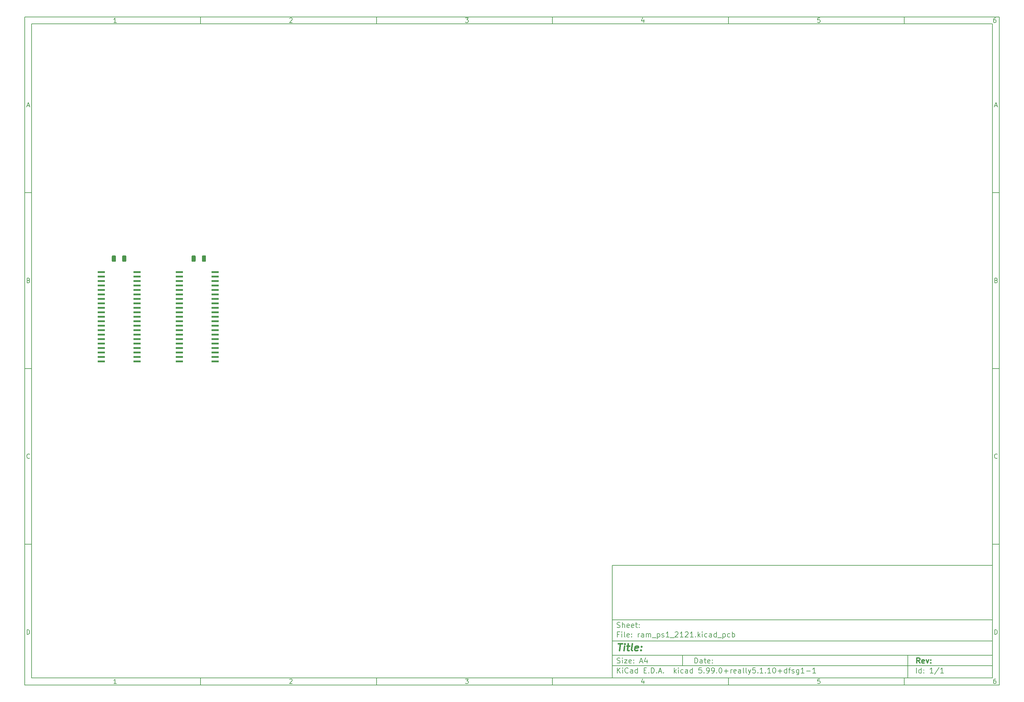
<source format=gbr>
%TF.GenerationSoftware,KiCad,Pcbnew,5.99.0+really5.1.10+dfsg1-1*%
%TF.CreationDate,2022-01-09T16:24:14+01:00*%
%TF.ProjectId,ram_ps1_2121,72616d5f-7073-4315-9f32-3132312e6b69,rev?*%
%TF.SameCoordinates,Original*%
%TF.FileFunction,Paste,Top*%
%TF.FilePolarity,Positive*%
%FSLAX46Y46*%
G04 Gerber Fmt 4.6, Leading zero omitted, Abs format (unit mm)*
G04 Created by KiCad (PCBNEW 5.99.0+really5.1.10+dfsg1-1) date 2022-01-09 16:24:14*
%MOMM*%
%LPD*%
G01*
G04 APERTURE LIST*
%ADD10C,0.100000*%
%ADD11C,0.150000*%
%ADD12C,0.300000*%
%ADD13C,0.400000*%
%ADD14R,2.032000X0.508000*%
G04 APERTURE END LIST*
D10*
D11*
X177002200Y-166007200D02*
X177002200Y-198007200D01*
X285002200Y-198007200D01*
X285002200Y-166007200D01*
X177002200Y-166007200D01*
D10*
D11*
X10000000Y-10000000D02*
X10000000Y-200007200D01*
X287002200Y-200007200D01*
X287002200Y-10000000D01*
X10000000Y-10000000D01*
D10*
D11*
X12000000Y-12000000D02*
X12000000Y-198007200D01*
X285002200Y-198007200D01*
X285002200Y-12000000D01*
X12000000Y-12000000D01*
D10*
D11*
X60000000Y-12000000D02*
X60000000Y-10000000D01*
D10*
D11*
X110000000Y-12000000D02*
X110000000Y-10000000D01*
D10*
D11*
X160000000Y-12000000D02*
X160000000Y-10000000D01*
D10*
D11*
X210000000Y-12000000D02*
X210000000Y-10000000D01*
D10*
D11*
X260000000Y-12000000D02*
X260000000Y-10000000D01*
D10*
D11*
X36065476Y-11588095D02*
X35322619Y-11588095D01*
X35694047Y-11588095D02*
X35694047Y-10288095D01*
X35570238Y-10473809D01*
X35446428Y-10597619D01*
X35322619Y-10659523D01*
D10*
D11*
X85322619Y-10411904D02*
X85384523Y-10350000D01*
X85508333Y-10288095D01*
X85817857Y-10288095D01*
X85941666Y-10350000D01*
X86003571Y-10411904D01*
X86065476Y-10535714D01*
X86065476Y-10659523D01*
X86003571Y-10845238D01*
X85260714Y-11588095D01*
X86065476Y-11588095D01*
D10*
D11*
X135260714Y-10288095D02*
X136065476Y-10288095D01*
X135632142Y-10783333D01*
X135817857Y-10783333D01*
X135941666Y-10845238D01*
X136003571Y-10907142D01*
X136065476Y-11030952D01*
X136065476Y-11340476D01*
X136003571Y-11464285D01*
X135941666Y-11526190D01*
X135817857Y-11588095D01*
X135446428Y-11588095D01*
X135322619Y-11526190D01*
X135260714Y-11464285D01*
D10*
D11*
X185941666Y-10721428D02*
X185941666Y-11588095D01*
X185632142Y-10226190D02*
X185322619Y-11154761D01*
X186127380Y-11154761D01*
D10*
D11*
X236003571Y-10288095D02*
X235384523Y-10288095D01*
X235322619Y-10907142D01*
X235384523Y-10845238D01*
X235508333Y-10783333D01*
X235817857Y-10783333D01*
X235941666Y-10845238D01*
X236003571Y-10907142D01*
X236065476Y-11030952D01*
X236065476Y-11340476D01*
X236003571Y-11464285D01*
X235941666Y-11526190D01*
X235817857Y-11588095D01*
X235508333Y-11588095D01*
X235384523Y-11526190D01*
X235322619Y-11464285D01*
D10*
D11*
X285941666Y-10288095D02*
X285694047Y-10288095D01*
X285570238Y-10350000D01*
X285508333Y-10411904D01*
X285384523Y-10597619D01*
X285322619Y-10845238D01*
X285322619Y-11340476D01*
X285384523Y-11464285D01*
X285446428Y-11526190D01*
X285570238Y-11588095D01*
X285817857Y-11588095D01*
X285941666Y-11526190D01*
X286003571Y-11464285D01*
X286065476Y-11340476D01*
X286065476Y-11030952D01*
X286003571Y-10907142D01*
X285941666Y-10845238D01*
X285817857Y-10783333D01*
X285570238Y-10783333D01*
X285446428Y-10845238D01*
X285384523Y-10907142D01*
X285322619Y-11030952D01*
D10*
D11*
X60000000Y-198007200D02*
X60000000Y-200007200D01*
D10*
D11*
X110000000Y-198007200D02*
X110000000Y-200007200D01*
D10*
D11*
X160000000Y-198007200D02*
X160000000Y-200007200D01*
D10*
D11*
X210000000Y-198007200D02*
X210000000Y-200007200D01*
D10*
D11*
X260000000Y-198007200D02*
X260000000Y-200007200D01*
D10*
D11*
X36065476Y-199595295D02*
X35322619Y-199595295D01*
X35694047Y-199595295D02*
X35694047Y-198295295D01*
X35570238Y-198481009D01*
X35446428Y-198604819D01*
X35322619Y-198666723D01*
D10*
D11*
X85322619Y-198419104D02*
X85384523Y-198357200D01*
X85508333Y-198295295D01*
X85817857Y-198295295D01*
X85941666Y-198357200D01*
X86003571Y-198419104D01*
X86065476Y-198542914D01*
X86065476Y-198666723D01*
X86003571Y-198852438D01*
X85260714Y-199595295D01*
X86065476Y-199595295D01*
D10*
D11*
X135260714Y-198295295D02*
X136065476Y-198295295D01*
X135632142Y-198790533D01*
X135817857Y-198790533D01*
X135941666Y-198852438D01*
X136003571Y-198914342D01*
X136065476Y-199038152D01*
X136065476Y-199347676D01*
X136003571Y-199471485D01*
X135941666Y-199533390D01*
X135817857Y-199595295D01*
X135446428Y-199595295D01*
X135322619Y-199533390D01*
X135260714Y-199471485D01*
D10*
D11*
X185941666Y-198728628D02*
X185941666Y-199595295D01*
X185632142Y-198233390D02*
X185322619Y-199161961D01*
X186127380Y-199161961D01*
D10*
D11*
X236003571Y-198295295D02*
X235384523Y-198295295D01*
X235322619Y-198914342D01*
X235384523Y-198852438D01*
X235508333Y-198790533D01*
X235817857Y-198790533D01*
X235941666Y-198852438D01*
X236003571Y-198914342D01*
X236065476Y-199038152D01*
X236065476Y-199347676D01*
X236003571Y-199471485D01*
X235941666Y-199533390D01*
X235817857Y-199595295D01*
X235508333Y-199595295D01*
X235384523Y-199533390D01*
X235322619Y-199471485D01*
D10*
D11*
X285941666Y-198295295D02*
X285694047Y-198295295D01*
X285570238Y-198357200D01*
X285508333Y-198419104D01*
X285384523Y-198604819D01*
X285322619Y-198852438D01*
X285322619Y-199347676D01*
X285384523Y-199471485D01*
X285446428Y-199533390D01*
X285570238Y-199595295D01*
X285817857Y-199595295D01*
X285941666Y-199533390D01*
X286003571Y-199471485D01*
X286065476Y-199347676D01*
X286065476Y-199038152D01*
X286003571Y-198914342D01*
X285941666Y-198852438D01*
X285817857Y-198790533D01*
X285570238Y-198790533D01*
X285446428Y-198852438D01*
X285384523Y-198914342D01*
X285322619Y-199038152D01*
D10*
D11*
X10000000Y-60000000D02*
X12000000Y-60000000D01*
D10*
D11*
X10000000Y-110000000D02*
X12000000Y-110000000D01*
D10*
D11*
X10000000Y-160000000D02*
X12000000Y-160000000D01*
D10*
D11*
X10690476Y-35216666D02*
X11309523Y-35216666D01*
X10566666Y-35588095D02*
X11000000Y-34288095D01*
X11433333Y-35588095D01*
D10*
D11*
X11092857Y-84907142D02*
X11278571Y-84969047D01*
X11340476Y-85030952D01*
X11402380Y-85154761D01*
X11402380Y-85340476D01*
X11340476Y-85464285D01*
X11278571Y-85526190D01*
X11154761Y-85588095D01*
X10659523Y-85588095D01*
X10659523Y-84288095D01*
X11092857Y-84288095D01*
X11216666Y-84350000D01*
X11278571Y-84411904D01*
X11340476Y-84535714D01*
X11340476Y-84659523D01*
X11278571Y-84783333D01*
X11216666Y-84845238D01*
X11092857Y-84907142D01*
X10659523Y-84907142D01*
D10*
D11*
X11402380Y-135464285D02*
X11340476Y-135526190D01*
X11154761Y-135588095D01*
X11030952Y-135588095D01*
X10845238Y-135526190D01*
X10721428Y-135402380D01*
X10659523Y-135278571D01*
X10597619Y-135030952D01*
X10597619Y-134845238D01*
X10659523Y-134597619D01*
X10721428Y-134473809D01*
X10845238Y-134350000D01*
X11030952Y-134288095D01*
X11154761Y-134288095D01*
X11340476Y-134350000D01*
X11402380Y-134411904D01*
D10*
D11*
X10659523Y-185588095D02*
X10659523Y-184288095D01*
X10969047Y-184288095D01*
X11154761Y-184350000D01*
X11278571Y-184473809D01*
X11340476Y-184597619D01*
X11402380Y-184845238D01*
X11402380Y-185030952D01*
X11340476Y-185278571D01*
X11278571Y-185402380D01*
X11154761Y-185526190D01*
X10969047Y-185588095D01*
X10659523Y-185588095D01*
D10*
D11*
X287002200Y-60000000D02*
X285002200Y-60000000D01*
D10*
D11*
X287002200Y-110000000D02*
X285002200Y-110000000D01*
D10*
D11*
X287002200Y-160000000D02*
X285002200Y-160000000D01*
D10*
D11*
X285692676Y-35216666D02*
X286311723Y-35216666D01*
X285568866Y-35588095D02*
X286002200Y-34288095D01*
X286435533Y-35588095D01*
D10*
D11*
X286095057Y-84907142D02*
X286280771Y-84969047D01*
X286342676Y-85030952D01*
X286404580Y-85154761D01*
X286404580Y-85340476D01*
X286342676Y-85464285D01*
X286280771Y-85526190D01*
X286156961Y-85588095D01*
X285661723Y-85588095D01*
X285661723Y-84288095D01*
X286095057Y-84288095D01*
X286218866Y-84350000D01*
X286280771Y-84411904D01*
X286342676Y-84535714D01*
X286342676Y-84659523D01*
X286280771Y-84783333D01*
X286218866Y-84845238D01*
X286095057Y-84907142D01*
X285661723Y-84907142D01*
D10*
D11*
X286404580Y-135464285D02*
X286342676Y-135526190D01*
X286156961Y-135588095D01*
X286033152Y-135588095D01*
X285847438Y-135526190D01*
X285723628Y-135402380D01*
X285661723Y-135278571D01*
X285599819Y-135030952D01*
X285599819Y-134845238D01*
X285661723Y-134597619D01*
X285723628Y-134473809D01*
X285847438Y-134350000D01*
X286033152Y-134288095D01*
X286156961Y-134288095D01*
X286342676Y-134350000D01*
X286404580Y-134411904D01*
D10*
D11*
X285661723Y-185588095D02*
X285661723Y-184288095D01*
X285971247Y-184288095D01*
X286156961Y-184350000D01*
X286280771Y-184473809D01*
X286342676Y-184597619D01*
X286404580Y-184845238D01*
X286404580Y-185030952D01*
X286342676Y-185278571D01*
X286280771Y-185402380D01*
X286156961Y-185526190D01*
X285971247Y-185588095D01*
X285661723Y-185588095D01*
D10*
D11*
X200434342Y-193785771D02*
X200434342Y-192285771D01*
X200791485Y-192285771D01*
X201005771Y-192357200D01*
X201148628Y-192500057D01*
X201220057Y-192642914D01*
X201291485Y-192928628D01*
X201291485Y-193142914D01*
X201220057Y-193428628D01*
X201148628Y-193571485D01*
X201005771Y-193714342D01*
X200791485Y-193785771D01*
X200434342Y-193785771D01*
X202577200Y-193785771D02*
X202577200Y-193000057D01*
X202505771Y-192857200D01*
X202362914Y-192785771D01*
X202077200Y-192785771D01*
X201934342Y-192857200D01*
X202577200Y-193714342D02*
X202434342Y-193785771D01*
X202077200Y-193785771D01*
X201934342Y-193714342D01*
X201862914Y-193571485D01*
X201862914Y-193428628D01*
X201934342Y-193285771D01*
X202077200Y-193214342D01*
X202434342Y-193214342D01*
X202577200Y-193142914D01*
X203077200Y-192785771D02*
X203648628Y-192785771D01*
X203291485Y-192285771D02*
X203291485Y-193571485D01*
X203362914Y-193714342D01*
X203505771Y-193785771D01*
X203648628Y-193785771D01*
X204720057Y-193714342D02*
X204577200Y-193785771D01*
X204291485Y-193785771D01*
X204148628Y-193714342D01*
X204077200Y-193571485D01*
X204077200Y-193000057D01*
X204148628Y-192857200D01*
X204291485Y-192785771D01*
X204577200Y-192785771D01*
X204720057Y-192857200D01*
X204791485Y-193000057D01*
X204791485Y-193142914D01*
X204077200Y-193285771D01*
X205434342Y-193642914D02*
X205505771Y-193714342D01*
X205434342Y-193785771D01*
X205362914Y-193714342D01*
X205434342Y-193642914D01*
X205434342Y-193785771D01*
X205434342Y-192857200D02*
X205505771Y-192928628D01*
X205434342Y-193000057D01*
X205362914Y-192928628D01*
X205434342Y-192857200D01*
X205434342Y-193000057D01*
D10*
D11*
X177002200Y-194507200D02*
X285002200Y-194507200D01*
D10*
D11*
X178434342Y-196585771D02*
X178434342Y-195085771D01*
X179291485Y-196585771D02*
X178648628Y-195728628D01*
X179291485Y-195085771D02*
X178434342Y-195942914D01*
X179934342Y-196585771D02*
X179934342Y-195585771D01*
X179934342Y-195085771D02*
X179862914Y-195157200D01*
X179934342Y-195228628D01*
X180005771Y-195157200D01*
X179934342Y-195085771D01*
X179934342Y-195228628D01*
X181505771Y-196442914D02*
X181434342Y-196514342D01*
X181220057Y-196585771D01*
X181077200Y-196585771D01*
X180862914Y-196514342D01*
X180720057Y-196371485D01*
X180648628Y-196228628D01*
X180577200Y-195942914D01*
X180577200Y-195728628D01*
X180648628Y-195442914D01*
X180720057Y-195300057D01*
X180862914Y-195157200D01*
X181077200Y-195085771D01*
X181220057Y-195085771D01*
X181434342Y-195157200D01*
X181505771Y-195228628D01*
X182791485Y-196585771D02*
X182791485Y-195800057D01*
X182720057Y-195657200D01*
X182577200Y-195585771D01*
X182291485Y-195585771D01*
X182148628Y-195657200D01*
X182791485Y-196514342D02*
X182648628Y-196585771D01*
X182291485Y-196585771D01*
X182148628Y-196514342D01*
X182077200Y-196371485D01*
X182077200Y-196228628D01*
X182148628Y-196085771D01*
X182291485Y-196014342D01*
X182648628Y-196014342D01*
X182791485Y-195942914D01*
X184148628Y-196585771D02*
X184148628Y-195085771D01*
X184148628Y-196514342D02*
X184005771Y-196585771D01*
X183720057Y-196585771D01*
X183577200Y-196514342D01*
X183505771Y-196442914D01*
X183434342Y-196300057D01*
X183434342Y-195871485D01*
X183505771Y-195728628D01*
X183577200Y-195657200D01*
X183720057Y-195585771D01*
X184005771Y-195585771D01*
X184148628Y-195657200D01*
X186005771Y-195800057D02*
X186505771Y-195800057D01*
X186720057Y-196585771D02*
X186005771Y-196585771D01*
X186005771Y-195085771D01*
X186720057Y-195085771D01*
X187362914Y-196442914D02*
X187434342Y-196514342D01*
X187362914Y-196585771D01*
X187291485Y-196514342D01*
X187362914Y-196442914D01*
X187362914Y-196585771D01*
X188077200Y-196585771D02*
X188077200Y-195085771D01*
X188434342Y-195085771D01*
X188648628Y-195157200D01*
X188791485Y-195300057D01*
X188862914Y-195442914D01*
X188934342Y-195728628D01*
X188934342Y-195942914D01*
X188862914Y-196228628D01*
X188791485Y-196371485D01*
X188648628Y-196514342D01*
X188434342Y-196585771D01*
X188077200Y-196585771D01*
X189577200Y-196442914D02*
X189648628Y-196514342D01*
X189577200Y-196585771D01*
X189505771Y-196514342D01*
X189577200Y-196442914D01*
X189577200Y-196585771D01*
X190220057Y-196157200D02*
X190934342Y-196157200D01*
X190077200Y-196585771D02*
X190577200Y-195085771D01*
X191077200Y-196585771D01*
X191577200Y-196442914D02*
X191648628Y-196514342D01*
X191577200Y-196585771D01*
X191505771Y-196514342D01*
X191577200Y-196442914D01*
X191577200Y-196585771D01*
X194577200Y-196585771D02*
X194577200Y-195085771D01*
X194720057Y-196014342D02*
X195148628Y-196585771D01*
X195148628Y-195585771D02*
X194577200Y-196157200D01*
X195791485Y-196585771D02*
X195791485Y-195585771D01*
X195791485Y-195085771D02*
X195720057Y-195157200D01*
X195791485Y-195228628D01*
X195862914Y-195157200D01*
X195791485Y-195085771D01*
X195791485Y-195228628D01*
X197148628Y-196514342D02*
X197005771Y-196585771D01*
X196720057Y-196585771D01*
X196577200Y-196514342D01*
X196505771Y-196442914D01*
X196434342Y-196300057D01*
X196434342Y-195871485D01*
X196505771Y-195728628D01*
X196577200Y-195657200D01*
X196720057Y-195585771D01*
X197005771Y-195585771D01*
X197148628Y-195657200D01*
X198434342Y-196585771D02*
X198434342Y-195800057D01*
X198362914Y-195657200D01*
X198220057Y-195585771D01*
X197934342Y-195585771D01*
X197791485Y-195657200D01*
X198434342Y-196514342D02*
X198291485Y-196585771D01*
X197934342Y-196585771D01*
X197791485Y-196514342D01*
X197720057Y-196371485D01*
X197720057Y-196228628D01*
X197791485Y-196085771D01*
X197934342Y-196014342D01*
X198291485Y-196014342D01*
X198434342Y-195942914D01*
X199791485Y-196585771D02*
X199791485Y-195085771D01*
X199791485Y-196514342D02*
X199648628Y-196585771D01*
X199362914Y-196585771D01*
X199220057Y-196514342D01*
X199148628Y-196442914D01*
X199077200Y-196300057D01*
X199077200Y-195871485D01*
X199148628Y-195728628D01*
X199220057Y-195657200D01*
X199362914Y-195585771D01*
X199648628Y-195585771D01*
X199791485Y-195657200D01*
X202362914Y-195085771D02*
X201648628Y-195085771D01*
X201577200Y-195800057D01*
X201648628Y-195728628D01*
X201791485Y-195657200D01*
X202148628Y-195657200D01*
X202291485Y-195728628D01*
X202362914Y-195800057D01*
X202434342Y-195942914D01*
X202434342Y-196300057D01*
X202362914Y-196442914D01*
X202291485Y-196514342D01*
X202148628Y-196585771D01*
X201791485Y-196585771D01*
X201648628Y-196514342D01*
X201577200Y-196442914D01*
X203077200Y-196442914D02*
X203148628Y-196514342D01*
X203077200Y-196585771D01*
X203005771Y-196514342D01*
X203077200Y-196442914D01*
X203077200Y-196585771D01*
X203862914Y-196585771D02*
X204148628Y-196585771D01*
X204291485Y-196514342D01*
X204362914Y-196442914D01*
X204505771Y-196228628D01*
X204577200Y-195942914D01*
X204577200Y-195371485D01*
X204505771Y-195228628D01*
X204434342Y-195157200D01*
X204291485Y-195085771D01*
X204005771Y-195085771D01*
X203862914Y-195157200D01*
X203791485Y-195228628D01*
X203720057Y-195371485D01*
X203720057Y-195728628D01*
X203791485Y-195871485D01*
X203862914Y-195942914D01*
X204005771Y-196014342D01*
X204291485Y-196014342D01*
X204434342Y-195942914D01*
X204505771Y-195871485D01*
X204577200Y-195728628D01*
X205291485Y-196585771D02*
X205577200Y-196585771D01*
X205720057Y-196514342D01*
X205791485Y-196442914D01*
X205934342Y-196228628D01*
X206005771Y-195942914D01*
X206005771Y-195371485D01*
X205934342Y-195228628D01*
X205862914Y-195157200D01*
X205720057Y-195085771D01*
X205434342Y-195085771D01*
X205291485Y-195157200D01*
X205220057Y-195228628D01*
X205148628Y-195371485D01*
X205148628Y-195728628D01*
X205220057Y-195871485D01*
X205291485Y-195942914D01*
X205434342Y-196014342D01*
X205720057Y-196014342D01*
X205862914Y-195942914D01*
X205934342Y-195871485D01*
X206005771Y-195728628D01*
X206648628Y-196442914D02*
X206720057Y-196514342D01*
X206648628Y-196585771D01*
X206577200Y-196514342D01*
X206648628Y-196442914D01*
X206648628Y-196585771D01*
X207648628Y-195085771D02*
X207791485Y-195085771D01*
X207934342Y-195157200D01*
X208005771Y-195228628D01*
X208077200Y-195371485D01*
X208148628Y-195657200D01*
X208148628Y-196014342D01*
X208077200Y-196300057D01*
X208005771Y-196442914D01*
X207934342Y-196514342D01*
X207791485Y-196585771D01*
X207648628Y-196585771D01*
X207505771Y-196514342D01*
X207434342Y-196442914D01*
X207362914Y-196300057D01*
X207291485Y-196014342D01*
X207291485Y-195657200D01*
X207362914Y-195371485D01*
X207434342Y-195228628D01*
X207505771Y-195157200D01*
X207648628Y-195085771D01*
X208791485Y-196014342D02*
X209934342Y-196014342D01*
X209362914Y-196585771D02*
X209362914Y-195442914D01*
X210648628Y-196585771D02*
X210648628Y-195585771D01*
X210648628Y-195871485D02*
X210720057Y-195728628D01*
X210791485Y-195657200D01*
X210934342Y-195585771D01*
X211077200Y-195585771D01*
X212148628Y-196514342D02*
X212005771Y-196585771D01*
X211720057Y-196585771D01*
X211577200Y-196514342D01*
X211505771Y-196371485D01*
X211505771Y-195800057D01*
X211577200Y-195657200D01*
X211720057Y-195585771D01*
X212005771Y-195585771D01*
X212148628Y-195657200D01*
X212220057Y-195800057D01*
X212220057Y-195942914D01*
X211505771Y-196085771D01*
X213505771Y-196585771D02*
X213505771Y-195800057D01*
X213434342Y-195657200D01*
X213291485Y-195585771D01*
X213005771Y-195585771D01*
X212862914Y-195657200D01*
X213505771Y-196514342D02*
X213362914Y-196585771D01*
X213005771Y-196585771D01*
X212862914Y-196514342D01*
X212791485Y-196371485D01*
X212791485Y-196228628D01*
X212862914Y-196085771D01*
X213005771Y-196014342D01*
X213362914Y-196014342D01*
X213505771Y-195942914D01*
X214434342Y-196585771D02*
X214291485Y-196514342D01*
X214220057Y-196371485D01*
X214220057Y-195085771D01*
X215220057Y-196585771D02*
X215077200Y-196514342D01*
X215005771Y-196371485D01*
X215005771Y-195085771D01*
X215648628Y-195585771D02*
X216005771Y-196585771D01*
X216362914Y-195585771D02*
X216005771Y-196585771D01*
X215862914Y-196942914D01*
X215791485Y-197014342D01*
X215648628Y-197085771D01*
X217648628Y-195085771D02*
X216934342Y-195085771D01*
X216862914Y-195800057D01*
X216934342Y-195728628D01*
X217077200Y-195657200D01*
X217434342Y-195657200D01*
X217577200Y-195728628D01*
X217648628Y-195800057D01*
X217720057Y-195942914D01*
X217720057Y-196300057D01*
X217648628Y-196442914D01*
X217577200Y-196514342D01*
X217434342Y-196585771D01*
X217077200Y-196585771D01*
X216934342Y-196514342D01*
X216862914Y-196442914D01*
X218362914Y-196442914D02*
X218434342Y-196514342D01*
X218362914Y-196585771D01*
X218291485Y-196514342D01*
X218362914Y-196442914D01*
X218362914Y-196585771D01*
X219862914Y-196585771D02*
X219005771Y-196585771D01*
X219434342Y-196585771D02*
X219434342Y-195085771D01*
X219291485Y-195300057D01*
X219148628Y-195442914D01*
X219005771Y-195514342D01*
X220505771Y-196442914D02*
X220577200Y-196514342D01*
X220505771Y-196585771D01*
X220434342Y-196514342D01*
X220505771Y-196442914D01*
X220505771Y-196585771D01*
X222005771Y-196585771D02*
X221148628Y-196585771D01*
X221577200Y-196585771D02*
X221577200Y-195085771D01*
X221434342Y-195300057D01*
X221291485Y-195442914D01*
X221148628Y-195514342D01*
X222934342Y-195085771D02*
X223077200Y-195085771D01*
X223220057Y-195157200D01*
X223291485Y-195228628D01*
X223362914Y-195371485D01*
X223434342Y-195657200D01*
X223434342Y-196014342D01*
X223362914Y-196300057D01*
X223291485Y-196442914D01*
X223220057Y-196514342D01*
X223077200Y-196585771D01*
X222934342Y-196585771D01*
X222791485Y-196514342D01*
X222720057Y-196442914D01*
X222648628Y-196300057D01*
X222577200Y-196014342D01*
X222577200Y-195657200D01*
X222648628Y-195371485D01*
X222720057Y-195228628D01*
X222791485Y-195157200D01*
X222934342Y-195085771D01*
X224077200Y-196014342D02*
X225220057Y-196014342D01*
X224648628Y-196585771D02*
X224648628Y-195442914D01*
X226577200Y-196585771D02*
X226577200Y-195085771D01*
X226577200Y-196514342D02*
X226434342Y-196585771D01*
X226148628Y-196585771D01*
X226005771Y-196514342D01*
X225934342Y-196442914D01*
X225862914Y-196300057D01*
X225862914Y-195871485D01*
X225934342Y-195728628D01*
X226005771Y-195657200D01*
X226148628Y-195585771D01*
X226434342Y-195585771D01*
X226577200Y-195657200D01*
X227077200Y-195585771D02*
X227648628Y-195585771D01*
X227291485Y-196585771D02*
X227291485Y-195300057D01*
X227362914Y-195157200D01*
X227505771Y-195085771D01*
X227648628Y-195085771D01*
X228077200Y-196514342D02*
X228220057Y-196585771D01*
X228505771Y-196585771D01*
X228648628Y-196514342D01*
X228720057Y-196371485D01*
X228720057Y-196300057D01*
X228648628Y-196157200D01*
X228505771Y-196085771D01*
X228291485Y-196085771D01*
X228148628Y-196014342D01*
X228077200Y-195871485D01*
X228077200Y-195800057D01*
X228148628Y-195657200D01*
X228291485Y-195585771D01*
X228505771Y-195585771D01*
X228648628Y-195657200D01*
X230005771Y-195585771D02*
X230005771Y-196800057D01*
X229934342Y-196942914D01*
X229862914Y-197014342D01*
X229720057Y-197085771D01*
X229505771Y-197085771D01*
X229362914Y-197014342D01*
X230005771Y-196514342D02*
X229862914Y-196585771D01*
X229577200Y-196585771D01*
X229434342Y-196514342D01*
X229362914Y-196442914D01*
X229291485Y-196300057D01*
X229291485Y-195871485D01*
X229362914Y-195728628D01*
X229434342Y-195657200D01*
X229577200Y-195585771D01*
X229862914Y-195585771D01*
X230005771Y-195657200D01*
X231505771Y-196585771D02*
X230648628Y-196585771D01*
X231077200Y-196585771D02*
X231077200Y-195085771D01*
X230934342Y-195300057D01*
X230791485Y-195442914D01*
X230648628Y-195514342D01*
X232148628Y-196014342D02*
X233291485Y-196014342D01*
X234791485Y-196585771D02*
X233934342Y-196585771D01*
X234362914Y-196585771D02*
X234362914Y-195085771D01*
X234220057Y-195300057D01*
X234077200Y-195442914D01*
X233934342Y-195514342D01*
D10*
D11*
X177002200Y-191507200D02*
X285002200Y-191507200D01*
D10*
D12*
X264411485Y-193785771D02*
X263911485Y-193071485D01*
X263554342Y-193785771D02*
X263554342Y-192285771D01*
X264125771Y-192285771D01*
X264268628Y-192357200D01*
X264340057Y-192428628D01*
X264411485Y-192571485D01*
X264411485Y-192785771D01*
X264340057Y-192928628D01*
X264268628Y-193000057D01*
X264125771Y-193071485D01*
X263554342Y-193071485D01*
X265625771Y-193714342D02*
X265482914Y-193785771D01*
X265197200Y-193785771D01*
X265054342Y-193714342D01*
X264982914Y-193571485D01*
X264982914Y-193000057D01*
X265054342Y-192857200D01*
X265197200Y-192785771D01*
X265482914Y-192785771D01*
X265625771Y-192857200D01*
X265697200Y-193000057D01*
X265697200Y-193142914D01*
X264982914Y-193285771D01*
X266197200Y-192785771D02*
X266554342Y-193785771D01*
X266911485Y-192785771D01*
X267482914Y-193642914D02*
X267554342Y-193714342D01*
X267482914Y-193785771D01*
X267411485Y-193714342D01*
X267482914Y-193642914D01*
X267482914Y-193785771D01*
X267482914Y-192857200D02*
X267554342Y-192928628D01*
X267482914Y-193000057D01*
X267411485Y-192928628D01*
X267482914Y-192857200D01*
X267482914Y-193000057D01*
D10*
D11*
X178362914Y-193714342D02*
X178577200Y-193785771D01*
X178934342Y-193785771D01*
X179077200Y-193714342D01*
X179148628Y-193642914D01*
X179220057Y-193500057D01*
X179220057Y-193357200D01*
X179148628Y-193214342D01*
X179077200Y-193142914D01*
X178934342Y-193071485D01*
X178648628Y-193000057D01*
X178505771Y-192928628D01*
X178434342Y-192857200D01*
X178362914Y-192714342D01*
X178362914Y-192571485D01*
X178434342Y-192428628D01*
X178505771Y-192357200D01*
X178648628Y-192285771D01*
X179005771Y-192285771D01*
X179220057Y-192357200D01*
X179862914Y-193785771D02*
X179862914Y-192785771D01*
X179862914Y-192285771D02*
X179791485Y-192357200D01*
X179862914Y-192428628D01*
X179934342Y-192357200D01*
X179862914Y-192285771D01*
X179862914Y-192428628D01*
X180434342Y-192785771D02*
X181220057Y-192785771D01*
X180434342Y-193785771D01*
X181220057Y-193785771D01*
X182362914Y-193714342D02*
X182220057Y-193785771D01*
X181934342Y-193785771D01*
X181791485Y-193714342D01*
X181720057Y-193571485D01*
X181720057Y-193000057D01*
X181791485Y-192857200D01*
X181934342Y-192785771D01*
X182220057Y-192785771D01*
X182362914Y-192857200D01*
X182434342Y-193000057D01*
X182434342Y-193142914D01*
X181720057Y-193285771D01*
X183077200Y-193642914D02*
X183148628Y-193714342D01*
X183077200Y-193785771D01*
X183005771Y-193714342D01*
X183077200Y-193642914D01*
X183077200Y-193785771D01*
X183077200Y-192857200D02*
X183148628Y-192928628D01*
X183077200Y-193000057D01*
X183005771Y-192928628D01*
X183077200Y-192857200D01*
X183077200Y-193000057D01*
X184862914Y-193357200D02*
X185577200Y-193357200D01*
X184720057Y-193785771D02*
X185220057Y-192285771D01*
X185720057Y-193785771D01*
X186862914Y-192785771D02*
X186862914Y-193785771D01*
X186505771Y-192214342D02*
X186148628Y-193285771D01*
X187077200Y-193285771D01*
D10*
D11*
X263434342Y-196585771D02*
X263434342Y-195085771D01*
X264791485Y-196585771D02*
X264791485Y-195085771D01*
X264791485Y-196514342D02*
X264648628Y-196585771D01*
X264362914Y-196585771D01*
X264220057Y-196514342D01*
X264148628Y-196442914D01*
X264077200Y-196300057D01*
X264077200Y-195871485D01*
X264148628Y-195728628D01*
X264220057Y-195657200D01*
X264362914Y-195585771D01*
X264648628Y-195585771D01*
X264791485Y-195657200D01*
X265505771Y-196442914D02*
X265577200Y-196514342D01*
X265505771Y-196585771D01*
X265434342Y-196514342D01*
X265505771Y-196442914D01*
X265505771Y-196585771D01*
X265505771Y-195657200D02*
X265577200Y-195728628D01*
X265505771Y-195800057D01*
X265434342Y-195728628D01*
X265505771Y-195657200D01*
X265505771Y-195800057D01*
X268148628Y-196585771D02*
X267291485Y-196585771D01*
X267720057Y-196585771D02*
X267720057Y-195085771D01*
X267577200Y-195300057D01*
X267434342Y-195442914D01*
X267291485Y-195514342D01*
X269862914Y-195014342D02*
X268577200Y-196942914D01*
X271148628Y-196585771D02*
X270291485Y-196585771D01*
X270720057Y-196585771D02*
X270720057Y-195085771D01*
X270577200Y-195300057D01*
X270434342Y-195442914D01*
X270291485Y-195514342D01*
D10*
D11*
X177002200Y-187507200D02*
X285002200Y-187507200D01*
D10*
D13*
X178714580Y-188211961D02*
X179857438Y-188211961D01*
X179036009Y-190211961D02*
X179286009Y-188211961D01*
X180274104Y-190211961D02*
X180440771Y-188878628D01*
X180524104Y-188211961D02*
X180416961Y-188307200D01*
X180500295Y-188402438D01*
X180607438Y-188307200D01*
X180524104Y-188211961D01*
X180500295Y-188402438D01*
X181107438Y-188878628D02*
X181869342Y-188878628D01*
X181476485Y-188211961D02*
X181262200Y-189926247D01*
X181333628Y-190116723D01*
X181512200Y-190211961D01*
X181702676Y-190211961D01*
X182655057Y-190211961D02*
X182476485Y-190116723D01*
X182405057Y-189926247D01*
X182619342Y-188211961D01*
X184190771Y-190116723D02*
X183988390Y-190211961D01*
X183607438Y-190211961D01*
X183428866Y-190116723D01*
X183357438Y-189926247D01*
X183452676Y-189164342D01*
X183571723Y-188973866D01*
X183774104Y-188878628D01*
X184155057Y-188878628D01*
X184333628Y-188973866D01*
X184405057Y-189164342D01*
X184381247Y-189354819D01*
X183405057Y-189545295D01*
X185155057Y-190021485D02*
X185238390Y-190116723D01*
X185131247Y-190211961D01*
X185047914Y-190116723D01*
X185155057Y-190021485D01*
X185131247Y-190211961D01*
X185286009Y-188973866D02*
X185369342Y-189069104D01*
X185262200Y-189164342D01*
X185178866Y-189069104D01*
X185286009Y-188973866D01*
X185262200Y-189164342D01*
D10*
D11*
X178934342Y-185600057D02*
X178434342Y-185600057D01*
X178434342Y-186385771D02*
X178434342Y-184885771D01*
X179148628Y-184885771D01*
X179720057Y-186385771D02*
X179720057Y-185385771D01*
X179720057Y-184885771D02*
X179648628Y-184957200D01*
X179720057Y-185028628D01*
X179791485Y-184957200D01*
X179720057Y-184885771D01*
X179720057Y-185028628D01*
X180648628Y-186385771D02*
X180505771Y-186314342D01*
X180434342Y-186171485D01*
X180434342Y-184885771D01*
X181791485Y-186314342D02*
X181648628Y-186385771D01*
X181362914Y-186385771D01*
X181220057Y-186314342D01*
X181148628Y-186171485D01*
X181148628Y-185600057D01*
X181220057Y-185457200D01*
X181362914Y-185385771D01*
X181648628Y-185385771D01*
X181791485Y-185457200D01*
X181862914Y-185600057D01*
X181862914Y-185742914D01*
X181148628Y-185885771D01*
X182505771Y-186242914D02*
X182577200Y-186314342D01*
X182505771Y-186385771D01*
X182434342Y-186314342D01*
X182505771Y-186242914D01*
X182505771Y-186385771D01*
X182505771Y-185457200D02*
X182577200Y-185528628D01*
X182505771Y-185600057D01*
X182434342Y-185528628D01*
X182505771Y-185457200D01*
X182505771Y-185600057D01*
X184362914Y-186385771D02*
X184362914Y-185385771D01*
X184362914Y-185671485D02*
X184434342Y-185528628D01*
X184505771Y-185457200D01*
X184648628Y-185385771D01*
X184791485Y-185385771D01*
X185934342Y-186385771D02*
X185934342Y-185600057D01*
X185862914Y-185457200D01*
X185720057Y-185385771D01*
X185434342Y-185385771D01*
X185291485Y-185457200D01*
X185934342Y-186314342D02*
X185791485Y-186385771D01*
X185434342Y-186385771D01*
X185291485Y-186314342D01*
X185220057Y-186171485D01*
X185220057Y-186028628D01*
X185291485Y-185885771D01*
X185434342Y-185814342D01*
X185791485Y-185814342D01*
X185934342Y-185742914D01*
X186648628Y-186385771D02*
X186648628Y-185385771D01*
X186648628Y-185528628D02*
X186720057Y-185457200D01*
X186862914Y-185385771D01*
X187077200Y-185385771D01*
X187220057Y-185457200D01*
X187291485Y-185600057D01*
X187291485Y-186385771D01*
X187291485Y-185600057D02*
X187362914Y-185457200D01*
X187505771Y-185385771D01*
X187720057Y-185385771D01*
X187862914Y-185457200D01*
X187934342Y-185600057D01*
X187934342Y-186385771D01*
X188291485Y-186528628D02*
X189434342Y-186528628D01*
X189791485Y-185385771D02*
X189791485Y-186885771D01*
X189791485Y-185457200D02*
X189934342Y-185385771D01*
X190220057Y-185385771D01*
X190362914Y-185457200D01*
X190434342Y-185528628D01*
X190505771Y-185671485D01*
X190505771Y-186100057D01*
X190434342Y-186242914D01*
X190362914Y-186314342D01*
X190220057Y-186385771D01*
X189934342Y-186385771D01*
X189791485Y-186314342D01*
X191077200Y-186314342D02*
X191220057Y-186385771D01*
X191505771Y-186385771D01*
X191648628Y-186314342D01*
X191720057Y-186171485D01*
X191720057Y-186100057D01*
X191648628Y-185957200D01*
X191505771Y-185885771D01*
X191291485Y-185885771D01*
X191148628Y-185814342D01*
X191077200Y-185671485D01*
X191077200Y-185600057D01*
X191148628Y-185457200D01*
X191291485Y-185385771D01*
X191505771Y-185385771D01*
X191648628Y-185457200D01*
X193148628Y-186385771D02*
X192291485Y-186385771D01*
X192720057Y-186385771D02*
X192720057Y-184885771D01*
X192577200Y-185100057D01*
X192434342Y-185242914D01*
X192291485Y-185314342D01*
X193434342Y-186528628D02*
X194577200Y-186528628D01*
X194862914Y-185028628D02*
X194934342Y-184957200D01*
X195077200Y-184885771D01*
X195434342Y-184885771D01*
X195577200Y-184957200D01*
X195648628Y-185028628D01*
X195720057Y-185171485D01*
X195720057Y-185314342D01*
X195648628Y-185528628D01*
X194791485Y-186385771D01*
X195720057Y-186385771D01*
X197148628Y-186385771D02*
X196291485Y-186385771D01*
X196720057Y-186385771D02*
X196720057Y-184885771D01*
X196577200Y-185100057D01*
X196434342Y-185242914D01*
X196291485Y-185314342D01*
X197720057Y-185028628D02*
X197791485Y-184957200D01*
X197934342Y-184885771D01*
X198291485Y-184885771D01*
X198434342Y-184957200D01*
X198505771Y-185028628D01*
X198577200Y-185171485D01*
X198577200Y-185314342D01*
X198505771Y-185528628D01*
X197648628Y-186385771D01*
X198577200Y-186385771D01*
X200005771Y-186385771D02*
X199148628Y-186385771D01*
X199577200Y-186385771D02*
X199577200Y-184885771D01*
X199434342Y-185100057D01*
X199291485Y-185242914D01*
X199148628Y-185314342D01*
X200648628Y-186242914D02*
X200720057Y-186314342D01*
X200648628Y-186385771D01*
X200577200Y-186314342D01*
X200648628Y-186242914D01*
X200648628Y-186385771D01*
X201362914Y-186385771D02*
X201362914Y-184885771D01*
X201505771Y-185814342D02*
X201934342Y-186385771D01*
X201934342Y-185385771D02*
X201362914Y-185957200D01*
X202577200Y-186385771D02*
X202577200Y-185385771D01*
X202577200Y-184885771D02*
X202505771Y-184957200D01*
X202577200Y-185028628D01*
X202648628Y-184957200D01*
X202577200Y-184885771D01*
X202577200Y-185028628D01*
X203934342Y-186314342D02*
X203791485Y-186385771D01*
X203505771Y-186385771D01*
X203362914Y-186314342D01*
X203291485Y-186242914D01*
X203220057Y-186100057D01*
X203220057Y-185671485D01*
X203291485Y-185528628D01*
X203362914Y-185457200D01*
X203505771Y-185385771D01*
X203791485Y-185385771D01*
X203934342Y-185457200D01*
X205220057Y-186385771D02*
X205220057Y-185600057D01*
X205148628Y-185457200D01*
X205005771Y-185385771D01*
X204720057Y-185385771D01*
X204577200Y-185457200D01*
X205220057Y-186314342D02*
X205077200Y-186385771D01*
X204720057Y-186385771D01*
X204577200Y-186314342D01*
X204505771Y-186171485D01*
X204505771Y-186028628D01*
X204577200Y-185885771D01*
X204720057Y-185814342D01*
X205077200Y-185814342D01*
X205220057Y-185742914D01*
X206577200Y-186385771D02*
X206577200Y-184885771D01*
X206577200Y-186314342D02*
X206434342Y-186385771D01*
X206148628Y-186385771D01*
X206005771Y-186314342D01*
X205934342Y-186242914D01*
X205862914Y-186100057D01*
X205862914Y-185671485D01*
X205934342Y-185528628D01*
X206005771Y-185457200D01*
X206148628Y-185385771D01*
X206434342Y-185385771D01*
X206577200Y-185457200D01*
X206934342Y-186528628D02*
X208077200Y-186528628D01*
X208434342Y-185385771D02*
X208434342Y-186885771D01*
X208434342Y-185457200D02*
X208577200Y-185385771D01*
X208862914Y-185385771D01*
X209005771Y-185457200D01*
X209077200Y-185528628D01*
X209148628Y-185671485D01*
X209148628Y-186100057D01*
X209077200Y-186242914D01*
X209005771Y-186314342D01*
X208862914Y-186385771D01*
X208577200Y-186385771D01*
X208434342Y-186314342D01*
X210434342Y-186314342D02*
X210291485Y-186385771D01*
X210005771Y-186385771D01*
X209862914Y-186314342D01*
X209791485Y-186242914D01*
X209720057Y-186100057D01*
X209720057Y-185671485D01*
X209791485Y-185528628D01*
X209862914Y-185457200D01*
X210005771Y-185385771D01*
X210291485Y-185385771D01*
X210434342Y-185457200D01*
X211077200Y-186385771D02*
X211077200Y-184885771D01*
X211077200Y-185457200D02*
X211220057Y-185385771D01*
X211505771Y-185385771D01*
X211648628Y-185457200D01*
X211720057Y-185528628D01*
X211791485Y-185671485D01*
X211791485Y-186100057D01*
X211720057Y-186242914D01*
X211648628Y-186314342D01*
X211505771Y-186385771D01*
X211220057Y-186385771D01*
X211077200Y-186314342D01*
D10*
D11*
X177002200Y-181507200D02*
X285002200Y-181507200D01*
D10*
D11*
X178362914Y-183614342D02*
X178577200Y-183685771D01*
X178934342Y-183685771D01*
X179077200Y-183614342D01*
X179148628Y-183542914D01*
X179220057Y-183400057D01*
X179220057Y-183257200D01*
X179148628Y-183114342D01*
X179077200Y-183042914D01*
X178934342Y-182971485D01*
X178648628Y-182900057D01*
X178505771Y-182828628D01*
X178434342Y-182757200D01*
X178362914Y-182614342D01*
X178362914Y-182471485D01*
X178434342Y-182328628D01*
X178505771Y-182257200D01*
X178648628Y-182185771D01*
X179005771Y-182185771D01*
X179220057Y-182257200D01*
X179862914Y-183685771D02*
X179862914Y-182185771D01*
X180505771Y-183685771D02*
X180505771Y-182900057D01*
X180434342Y-182757200D01*
X180291485Y-182685771D01*
X180077200Y-182685771D01*
X179934342Y-182757200D01*
X179862914Y-182828628D01*
X181791485Y-183614342D02*
X181648628Y-183685771D01*
X181362914Y-183685771D01*
X181220057Y-183614342D01*
X181148628Y-183471485D01*
X181148628Y-182900057D01*
X181220057Y-182757200D01*
X181362914Y-182685771D01*
X181648628Y-182685771D01*
X181791485Y-182757200D01*
X181862914Y-182900057D01*
X181862914Y-183042914D01*
X181148628Y-183185771D01*
X183077200Y-183614342D02*
X182934342Y-183685771D01*
X182648628Y-183685771D01*
X182505771Y-183614342D01*
X182434342Y-183471485D01*
X182434342Y-182900057D01*
X182505771Y-182757200D01*
X182648628Y-182685771D01*
X182934342Y-182685771D01*
X183077200Y-182757200D01*
X183148628Y-182900057D01*
X183148628Y-183042914D01*
X182434342Y-183185771D01*
X183577200Y-182685771D02*
X184148628Y-182685771D01*
X183791485Y-182185771D02*
X183791485Y-183471485D01*
X183862914Y-183614342D01*
X184005771Y-183685771D01*
X184148628Y-183685771D01*
X184648628Y-183542914D02*
X184720057Y-183614342D01*
X184648628Y-183685771D01*
X184577200Y-183614342D01*
X184648628Y-183542914D01*
X184648628Y-183685771D01*
X184648628Y-182757200D02*
X184720057Y-182828628D01*
X184648628Y-182900057D01*
X184577200Y-182828628D01*
X184648628Y-182757200D01*
X184648628Y-182900057D01*
D10*
D11*
X197002200Y-191507200D02*
X197002200Y-194507200D01*
D10*
D11*
X261002200Y-191507200D02*
X261002200Y-198007200D01*
D14*
%TO.C,U2*%
X41910000Y-95250000D03*
X31750000Y-95250000D03*
X41910000Y-93980000D03*
X41910000Y-92710000D03*
X41910000Y-91440000D03*
X41910000Y-90170000D03*
X41910000Y-88900000D03*
X41910000Y-87630000D03*
X41910000Y-86360000D03*
X41910000Y-85090000D03*
X41910000Y-83820000D03*
X41910000Y-82550000D03*
X31750000Y-93980000D03*
X31750000Y-92710000D03*
X31750000Y-91440000D03*
X31750000Y-90170000D03*
X31750000Y-88900000D03*
X31750000Y-87630000D03*
X31750000Y-86360000D03*
X31750000Y-85090000D03*
X31750000Y-83820000D03*
X31750000Y-82550000D03*
X41910000Y-96520000D03*
X41910000Y-97790000D03*
X41910000Y-99060000D03*
X41910000Y-100330000D03*
X41910000Y-101600000D03*
X41910000Y-102870000D03*
X41910000Y-104140000D03*
X41910000Y-105410000D03*
X41910000Y-106680000D03*
X41910000Y-107950000D03*
X31750000Y-96520000D03*
X31750000Y-97790000D03*
X31750000Y-99060000D03*
X31750000Y-100330000D03*
X31750000Y-101600000D03*
X31750000Y-102870000D03*
X31750000Y-104140000D03*
X31750000Y-105410000D03*
X31750000Y-106680000D03*
X31750000Y-107950000D03*
%TD*%
%TO.C,C1*%
G36*
G01*
X34780000Y-79390001D02*
X34780000Y-78089999D01*
G75*
G02*
X35029999Y-77840000I249999J0D01*
G01*
X35680001Y-77840000D01*
G75*
G02*
X35930000Y-78089999I0J-249999D01*
G01*
X35930000Y-79390001D01*
G75*
G02*
X35680001Y-79640000I-249999J0D01*
G01*
X35029999Y-79640000D01*
G75*
G02*
X34780000Y-79390001I0J249999D01*
G01*
G37*
G36*
G01*
X37730000Y-79390001D02*
X37730000Y-78089999D01*
G75*
G02*
X37979999Y-77840000I249999J0D01*
G01*
X38630001Y-77840000D01*
G75*
G02*
X38880000Y-78089999I0J-249999D01*
G01*
X38880000Y-79390001D01*
G75*
G02*
X38630001Y-79640000I-249999J0D01*
G01*
X37979999Y-79640000D01*
G75*
G02*
X37730000Y-79390001I0J249999D01*
G01*
G37*
%TD*%
%TO.C,C2*%
G36*
G01*
X60385000Y-79390001D02*
X60385000Y-78089999D01*
G75*
G02*
X60634999Y-77840000I249999J0D01*
G01*
X61285001Y-77840000D01*
G75*
G02*
X61535000Y-78089999I0J-249999D01*
G01*
X61535000Y-79390001D01*
G75*
G02*
X61285001Y-79640000I-249999J0D01*
G01*
X60634999Y-79640000D01*
G75*
G02*
X60385000Y-79390001I0J249999D01*
G01*
G37*
G36*
G01*
X57435000Y-79390001D02*
X57435000Y-78089999D01*
G75*
G02*
X57684999Y-77840000I249999J0D01*
G01*
X58335001Y-77840000D01*
G75*
G02*
X58585000Y-78089999I0J-249999D01*
G01*
X58585000Y-79390001D01*
G75*
G02*
X58335001Y-79640000I-249999J0D01*
G01*
X57684999Y-79640000D01*
G75*
G02*
X57435000Y-79390001I0J249999D01*
G01*
G37*
%TD*%
%TO.C,U3*%
X53975000Y-107950000D03*
X53975000Y-106680000D03*
X53975000Y-105410000D03*
X53975000Y-104140000D03*
X53975000Y-102870000D03*
X53975000Y-101600000D03*
X53975000Y-100330000D03*
X53975000Y-99060000D03*
X53975000Y-97790000D03*
X53975000Y-96520000D03*
X64135000Y-107950000D03*
X64135000Y-106680000D03*
X64135000Y-105410000D03*
X64135000Y-104140000D03*
X64135000Y-102870000D03*
X64135000Y-101600000D03*
X64135000Y-100330000D03*
X64135000Y-99060000D03*
X64135000Y-97790000D03*
X64135000Y-96520000D03*
X53975000Y-82550000D03*
X53975000Y-83820000D03*
X53975000Y-85090000D03*
X53975000Y-86360000D03*
X53975000Y-87630000D03*
X53975000Y-88900000D03*
X53975000Y-90170000D03*
X53975000Y-91440000D03*
X53975000Y-92710000D03*
X53975000Y-93980000D03*
X64135000Y-82550000D03*
X64135000Y-83820000D03*
X64135000Y-85090000D03*
X64135000Y-86360000D03*
X64135000Y-87630000D03*
X64135000Y-88900000D03*
X64135000Y-90170000D03*
X64135000Y-91440000D03*
X64135000Y-92710000D03*
X64135000Y-93980000D03*
X53975000Y-95250000D03*
X64135000Y-95250000D03*
%TD*%
M02*

</source>
